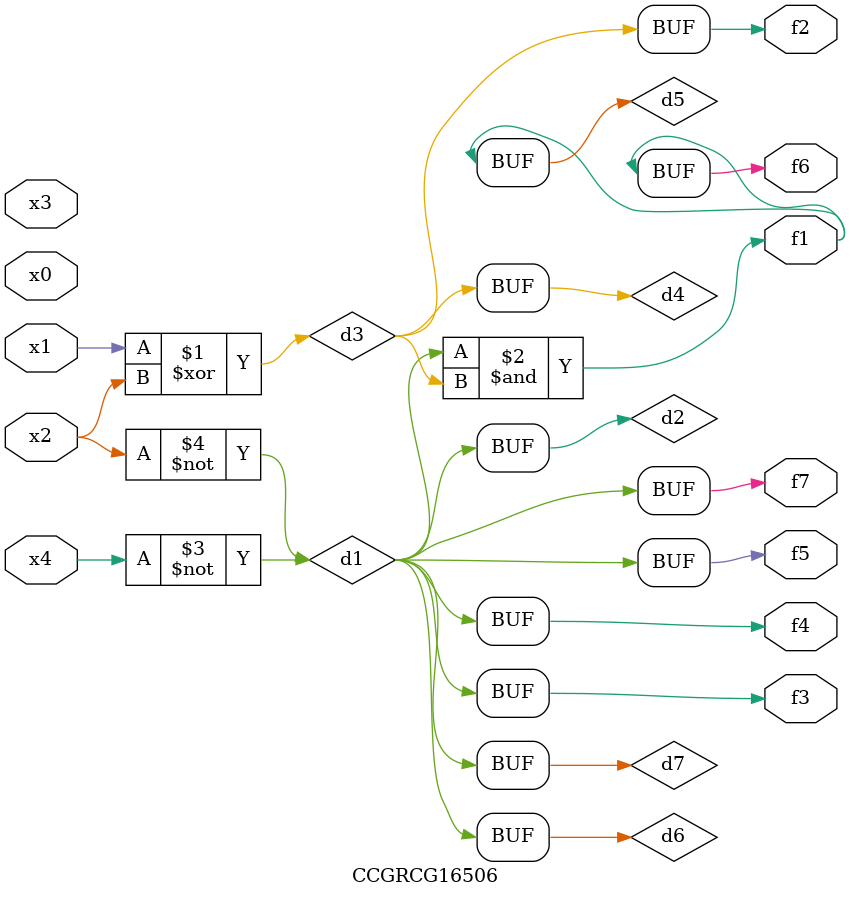
<source format=v>
module CCGRCG16506(
	input x0, x1, x2, x3, x4,
	output f1, f2, f3, f4, f5, f6, f7
);

	wire d1, d2, d3, d4, d5, d6, d7;

	not (d1, x4);
	not (d2, x2);
	xor (d3, x1, x2);
	buf (d4, d3);
	and (d5, d1, d3);
	buf (d6, d1, d2);
	buf (d7, d2);
	assign f1 = d5;
	assign f2 = d4;
	assign f3 = d7;
	assign f4 = d7;
	assign f5 = d7;
	assign f6 = d5;
	assign f7 = d7;
endmodule

</source>
